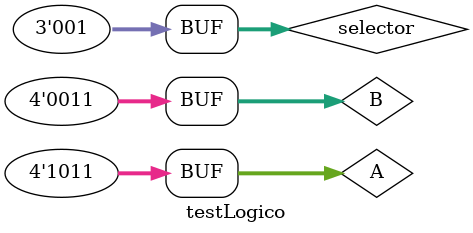
<source format=sv>
module testLogico #(parameter N = 4);

logic [N-1:0] A,B, out;
logic [2:0] selector;

MuxLogico #(N) logico (A,B,selector,out);

initial begin

	#10 A = 4'b1100; B = 4'b0111; selector = 3'b000;
	#10 A = 4'b1111; B = 4'b0110;
	#10 A = 4'b1011; B = 4'b0011; selector = 3'b001;
	

end 
endmodule 
</source>
